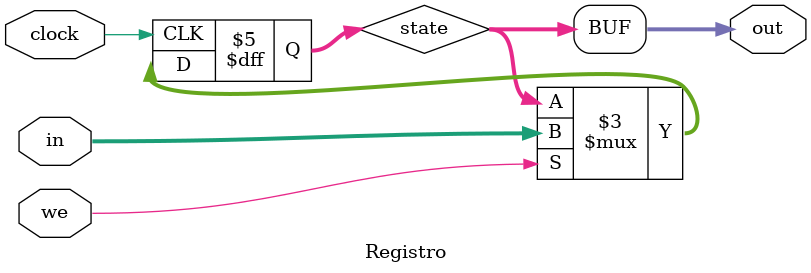
<source format=v>
module Registro(output [N-1:0]out, input [N-1:0]in, input we, input clock);
    parameter N = 8;
    reg [N-1:0]state;

    initial
        state = 0;

    always @(posedge clock)
        begin
            if(we)
                state <= in;
        end

    assign
        out = state;
endmodule
</source>
